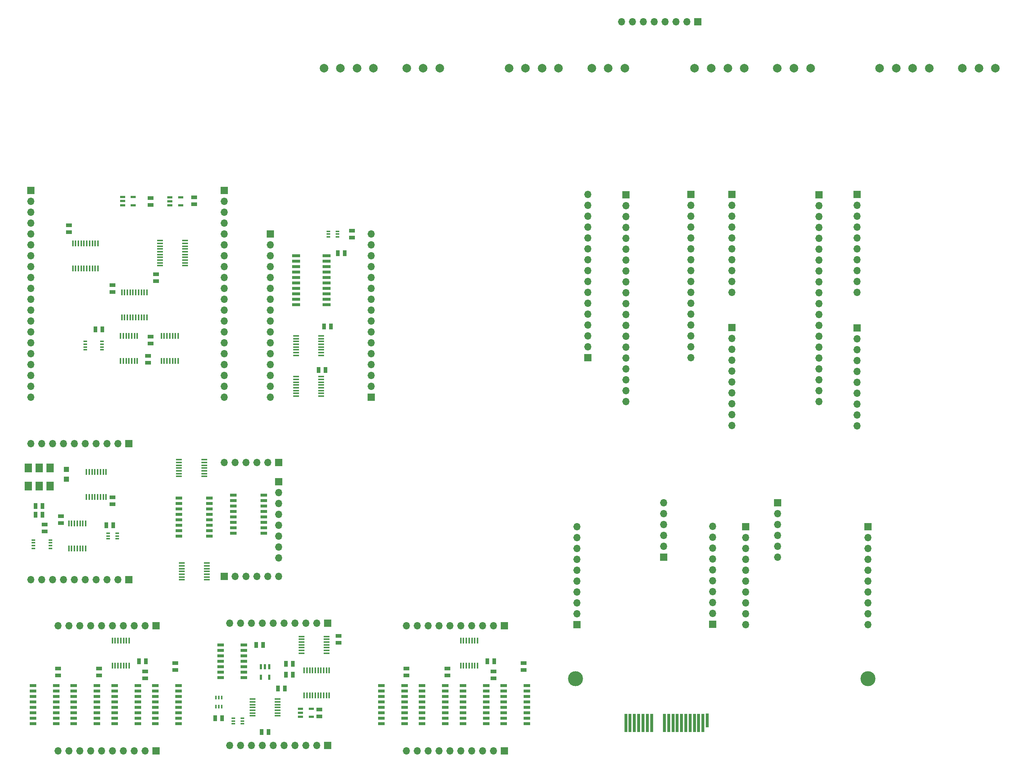
<source format=gbr>
%TF.GenerationSoftware,KiCad,Pcbnew,(6.0.1)*%
%TF.CreationDate,2022-03-03T20:56:02+02:00*%
%TF.ProjectId,SNES Device,534e4553-2044-4657-9669-63652e6b6963,0.5*%
%TF.SameCoordinates,Original*%
%TF.FileFunction,Soldermask,Top*%
%TF.FilePolarity,Negative*%
%FSLAX46Y46*%
G04 Gerber Fmt 4.6, Leading zero omitted, Abs format (unit mm)*
G04 Created by KiCad (PCBNEW (6.0.1)) date 2022-03-03 20:56:02*
%MOMM*%
%LPD*%
G01*
G04 APERTURE LIST*
%ADD10C,2.000000*%
%ADD11C,3.500000*%
%ADD12R,1.700000X1.700000*%
%ADD13O,1.700000X1.700000*%
%ADD14R,0.960000X1.390000*%
%ADD15R,1.475000X0.450000*%
%ADD16R,1.825000X0.700000*%
%ADD17R,1.390000X0.960000*%
%ADD18R,0.450000X1.475000*%
%ADD19R,0.875000X0.450000*%
%ADD20R,1.525000X0.700000*%
%ADD21R,1.500000X0.650000*%
%ADD22R,1.505000X0.700000*%
%ADD23R,0.450000X0.875000*%
%ADD24R,1.250000X0.500000*%
%ADD25R,0.500000X1.250000*%
%ADD26R,1.800000X2.000000*%
%ADD27R,1.150000X1.150000*%
%ADD28R,0.950000X0.450000*%
%ADD29R,0.700000X3.200000*%
%ADD30R,0.700000X4.300000*%
G04 APERTURE END LIST*
D10*
%TO.C,J35*%
X243450000Y-31751000D03*
X239590000Y-31751000D03*
X235730000Y-31751000D03*
X228010000Y-31751000D03*
X224150000Y-31751000D03*
X220290000Y-31751000D03*
X216430000Y-31751000D03*
%TD*%
%TO.C,J34*%
X200302000Y-31750000D03*
X196442000Y-31750000D03*
X192582000Y-31750000D03*
X184862000Y-31750000D03*
X181002000Y-31750000D03*
X177142000Y-31750000D03*
X173282000Y-31750000D03*
%TD*%
%TO.C,J33*%
X156963000Y-31751000D03*
X153103000Y-31751000D03*
X149243000Y-31751000D03*
X141523000Y-31751000D03*
X137663000Y-31751000D03*
X133803000Y-31751000D03*
X129943000Y-31751000D03*
%TD*%
%TO.C,J31*%
X113783000Y-31751000D03*
X109923000Y-31751000D03*
X106063000Y-31751000D03*
X98343000Y-31751000D03*
X94483000Y-31751000D03*
X90623000Y-31751000D03*
X86763000Y-31751000D03*
%TD*%
D11*
%TO.C,H2*%
X145461435Y-174283565D03*
%TD*%
%TO.C,H1*%
X213701435Y-174283565D03*
%TD*%
D12*
%TO.C,J32*%
X173975000Y-20960000D03*
D13*
X171435000Y-20960000D03*
X168895000Y-20960000D03*
X166355000Y-20960000D03*
X163815000Y-20960000D03*
X161275000Y-20960000D03*
X158735000Y-20960000D03*
X156195000Y-20960000D03*
%TD*%
D14*
%TO.C,C37*%
X33480000Y-92710000D03*
X35100000Y-92710000D03*
%TD*%
D15*
%TO.C,IC19*%
X52942000Y-123145000D03*
X52942000Y-123795000D03*
X52942000Y-124445000D03*
X52942000Y-125095000D03*
X52942000Y-125745000D03*
X52942000Y-126395000D03*
X52942000Y-127045000D03*
X58818000Y-127045000D03*
X58818000Y-126395000D03*
X58818000Y-125745000D03*
X58818000Y-125095000D03*
X58818000Y-124445000D03*
X58818000Y-123795000D03*
X58818000Y-123145000D03*
%TD*%
D12*
%TO.C,J27*%
X97790000Y-108585000D03*
D13*
X97790000Y-106045000D03*
X97790000Y-103505000D03*
X97790000Y-100965000D03*
X97790000Y-98425000D03*
X97790000Y-95885000D03*
X97790000Y-93345000D03*
X97790000Y-90805000D03*
X97790000Y-88265000D03*
X97790000Y-85725000D03*
X97790000Y-83185000D03*
X97790000Y-80645000D03*
X97790000Y-78105000D03*
X97790000Y-75565000D03*
X97790000Y-73025000D03*
X97790000Y-70485000D03*
%TD*%
D16*
%TO.C,IC33*%
X80258000Y-75565000D03*
X80258000Y-76835000D03*
X80258000Y-78105000D03*
X80258000Y-79375000D03*
X80258000Y-80645000D03*
X80258000Y-81915000D03*
X80258000Y-83185000D03*
X80258000Y-84455000D03*
X80258000Y-85725000D03*
X80258000Y-86995000D03*
X87382000Y-86995000D03*
X87382000Y-85725000D03*
X87382000Y-84455000D03*
X87382000Y-83185000D03*
X87382000Y-81915000D03*
X87382000Y-80645000D03*
X87382000Y-79375000D03*
X87382000Y-78105000D03*
X87382000Y-76835000D03*
X87382000Y-75565000D03*
%TD*%
D14*
%TO.C,C29*%
X87170000Y-102235000D03*
X85550000Y-102235000D03*
%TD*%
D17*
%TO.C,C18*%
X34290000Y-173530000D03*
X34290000Y-171910000D03*
%TD*%
D12*
%TO.C,J25*%
X74295000Y-70485000D03*
D13*
X74295000Y-73025000D03*
X74295000Y-75565000D03*
X74295000Y-78105000D03*
X74295000Y-80645000D03*
X74295000Y-83185000D03*
X74295000Y-85725000D03*
X74295000Y-88265000D03*
X74295000Y-90805000D03*
X74295000Y-93345000D03*
X74295000Y-95885000D03*
X74295000Y-98425000D03*
X74295000Y-100965000D03*
X74295000Y-103505000D03*
X74295000Y-106045000D03*
X74295000Y-108585000D03*
%TD*%
%TO.C,J11*%
X213726435Y-161613565D03*
X213726435Y-159073565D03*
X213726435Y-156533565D03*
X213726435Y-153993565D03*
X213726435Y-151453565D03*
X213726435Y-148913565D03*
X213726435Y-146373565D03*
X213726435Y-143833565D03*
X213726435Y-141293565D03*
D12*
X213726435Y-138753565D03*
%TD*%
%TO.C,J16*%
X145781435Y-161613565D03*
D13*
X145781435Y-159073565D03*
X145781435Y-156533565D03*
X145781435Y-153993565D03*
X145781435Y-151453565D03*
X145781435Y-148913565D03*
X145781435Y-146373565D03*
X145781435Y-143833565D03*
X145781435Y-141293565D03*
X145781435Y-138753565D03*
%TD*%
D14*
%TO.C,C23*%
X19510000Y-133926000D03*
X21130000Y-133926000D03*
%TD*%
D18*
%TO.C,IC8*%
X82165000Y-178198000D03*
X82815000Y-178198000D03*
X83465000Y-178198000D03*
X84115000Y-178198000D03*
X84765000Y-178198000D03*
X85415000Y-178198000D03*
X86065000Y-178198000D03*
X86715000Y-178198000D03*
X87365000Y-178198000D03*
X88015000Y-178198000D03*
X88015000Y-172322000D03*
X87365000Y-172322000D03*
X86715000Y-172322000D03*
X86065000Y-172322000D03*
X85415000Y-172322000D03*
X84765000Y-172322000D03*
X84115000Y-172322000D03*
X83465000Y-172322000D03*
X82815000Y-172322000D03*
X82165000Y-172322000D03*
%TD*%
D15*
%TO.C,IC28*%
X54373000Y-77855000D03*
X54373000Y-77205000D03*
X54373000Y-76555000D03*
X54373000Y-75905000D03*
X54373000Y-75255000D03*
X54373000Y-74605000D03*
X54373000Y-73955000D03*
X54373000Y-73305000D03*
X54373000Y-72655000D03*
X54373000Y-72005000D03*
X48497000Y-72005000D03*
X48497000Y-72655000D03*
X48497000Y-73305000D03*
X48497000Y-73955000D03*
X48497000Y-74605000D03*
X48497000Y-75255000D03*
X48497000Y-75905000D03*
X48497000Y-76555000D03*
X48497000Y-77205000D03*
X48497000Y-77855000D03*
%TD*%
D17*
%TO.C,C12*%
X133350000Y-172260000D03*
X133350000Y-170640000D03*
%TD*%
D18*
%TO.C,IC16*%
X41320000Y-165337000D03*
X40670000Y-165337000D03*
X40020000Y-165337000D03*
X39370000Y-165337000D03*
X38720000Y-165337000D03*
X38070000Y-165337000D03*
X37420000Y-165337000D03*
X37420000Y-171213000D03*
X38070000Y-171213000D03*
X38720000Y-171213000D03*
X39370000Y-171213000D03*
X40020000Y-171213000D03*
X40670000Y-171213000D03*
X41320000Y-171213000D03*
%TD*%
D17*
%TO.C,C20*%
X24765000Y-173530000D03*
X24765000Y-171910000D03*
%TD*%
D18*
%TO.C,IC23*%
X35930000Y-125967000D03*
X35280000Y-125967000D03*
X34630000Y-125967000D03*
X33980000Y-125967000D03*
X33330000Y-125967000D03*
X32680000Y-125967000D03*
X32030000Y-125967000D03*
X31380000Y-125967000D03*
X31380000Y-131843000D03*
X32030000Y-131843000D03*
X32680000Y-131843000D03*
X33330000Y-131843000D03*
X33980000Y-131843000D03*
X34630000Y-131843000D03*
X35280000Y-131843000D03*
X35930000Y-131843000D03*
%TD*%
D19*
%TO.C,IC24*%
X38527000Y-141620000D03*
X38527000Y-140970000D03*
X38527000Y-140320000D03*
X36403000Y-140320000D03*
X36403000Y-140970000D03*
X36403000Y-141620000D03*
%TD*%
D17*
%TO.C,C33*%
X46355000Y-94440000D03*
X46355000Y-96060000D03*
%TD*%
D15*
%TO.C,IC1*%
X81517000Y-164420000D03*
X81517000Y-165070000D03*
X81517000Y-165720000D03*
X81517000Y-166370000D03*
X81517000Y-167020000D03*
X81517000Y-167670000D03*
X81517000Y-168320000D03*
X87393000Y-168320000D03*
X87393000Y-167670000D03*
X87393000Y-167020000D03*
X87393000Y-166370000D03*
X87393000Y-165720000D03*
X87393000Y-165070000D03*
X87393000Y-164420000D03*
%TD*%
D20*
%TO.C,IC14*%
X28403000Y-175895000D03*
X28403000Y-177165000D03*
X28403000Y-178435000D03*
X28403000Y-179705000D03*
X28403000Y-180975000D03*
X28403000Y-182245000D03*
X28403000Y-183515000D03*
X28403000Y-184785000D03*
X33827000Y-184785000D03*
X33827000Y-183515000D03*
X33827000Y-182245000D03*
X33827000Y-180975000D03*
X33827000Y-179705000D03*
X33827000Y-178435000D03*
X33827000Y-177165000D03*
X33827000Y-175895000D03*
%TD*%
D18*
%TO.C,IC29*%
X43225000Y-94217000D03*
X42575000Y-94217000D03*
X41925000Y-94217000D03*
X41275000Y-94217000D03*
X40625000Y-94217000D03*
X39975000Y-94217000D03*
X39325000Y-94217000D03*
X39325000Y-100093000D03*
X39975000Y-100093000D03*
X40625000Y-100093000D03*
X41275000Y-100093000D03*
X41925000Y-100093000D03*
X42575000Y-100093000D03*
X43225000Y-100093000D03*
%TD*%
D21*
%TO.C,IC2*%
X62705000Y-166370000D03*
X62705000Y-167640000D03*
X62705000Y-168910000D03*
X62705000Y-170180000D03*
X62705000Y-171450000D03*
X62705000Y-172720000D03*
X62705000Y-173990000D03*
X68105000Y-173990000D03*
X68105000Y-172720000D03*
X68105000Y-171450000D03*
X68105000Y-170180000D03*
X68105000Y-168910000D03*
X68105000Y-167640000D03*
X68105000Y-166370000D03*
%TD*%
D17*
%TO.C,C11*%
X126365000Y-174165000D03*
X126365000Y-172545000D03*
%TD*%
D22*
%TO.C,RN1*%
X52967000Y-132080000D03*
X52967000Y-133350000D03*
X52967000Y-134620000D03*
X52967000Y-135890000D03*
X52967000Y-137160000D03*
X52967000Y-138430000D03*
X52967000Y-139700000D03*
X52967000Y-140970000D03*
X60063000Y-140970000D03*
X60063000Y-139700000D03*
X60063000Y-138430000D03*
X60063000Y-137160000D03*
X60063000Y-135890000D03*
X60063000Y-134620000D03*
X60063000Y-133350000D03*
X60063000Y-132080000D03*
%TD*%
D14*
%TO.C,C3*%
X79550000Y-170815000D03*
X77930000Y-170815000D03*
%TD*%
D23*
%TO.C,IC4*%
X62880000Y-178643000D03*
X62230000Y-178643000D03*
X61580000Y-178643000D03*
X61580000Y-180767000D03*
X62230000Y-180767000D03*
X62880000Y-180767000D03*
%TD*%
D12*
%TO.C,J15*%
X76200000Y-128285000D03*
D13*
X76200000Y-130825000D03*
X76200000Y-133365000D03*
X76200000Y-135905000D03*
X76200000Y-138445000D03*
X76200000Y-140985000D03*
X76200000Y-143525000D03*
X76200000Y-146065000D03*
%TD*%
D12*
%TO.C,J22*%
X76200000Y-123825000D03*
D13*
X73660000Y-123825000D03*
X71120000Y-123825000D03*
X68580000Y-123825000D03*
X66040000Y-123825000D03*
X63500000Y-123825000D03*
%TD*%
D24*
%TO.C,IC27*%
X50820000Y-61915000D03*
X50820000Y-62865000D03*
X50820000Y-63815000D03*
X53320000Y-63815000D03*
X53320000Y-61915000D03*
%TD*%
D17*
%TO.C,C22*%
X37465000Y-131905000D03*
X37465000Y-133525000D03*
%TD*%
D20*
%TO.C,IC9*%
X109683000Y-175895000D03*
X109683000Y-177165000D03*
X109683000Y-178435000D03*
X109683000Y-179705000D03*
X109683000Y-180975000D03*
X109683000Y-182245000D03*
X109683000Y-183515000D03*
X109683000Y-184785000D03*
X115107000Y-184785000D03*
X115107000Y-183515000D03*
X115107000Y-182245000D03*
X115107000Y-180975000D03*
X115107000Y-179705000D03*
X115107000Y-178435000D03*
X115107000Y-177165000D03*
X115107000Y-175895000D03*
%TD*%
D15*
%TO.C,IC34*%
X80247000Y-94245000D03*
X80247000Y-94895000D03*
X80247000Y-95545000D03*
X80247000Y-96195000D03*
X80247000Y-96845000D03*
X80247000Y-97495000D03*
X80247000Y-98145000D03*
X80247000Y-98795000D03*
X86123000Y-98795000D03*
X86123000Y-98145000D03*
X86123000Y-97495000D03*
X86123000Y-96845000D03*
X86123000Y-96195000D03*
X86123000Y-95545000D03*
X86123000Y-94895000D03*
X86123000Y-94245000D03*
%TD*%
D20*
%TO.C,IC17*%
X18878000Y-175895000D03*
X18878000Y-177165000D03*
X18878000Y-178435000D03*
X18878000Y-179705000D03*
X18878000Y-180975000D03*
X18878000Y-182245000D03*
X18878000Y-183515000D03*
X18878000Y-184785000D03*
X24302000Y-184785000D03*
X24302000Y-183515000D03*
X24302000Y-182245000D03*
X24302000Y-180975000D03*
X24302000Y-179705000D03*
X24302000Y-178435000D03*
X24302000Y-177165000D03*
X24302000Y-175895000D03*
%TD*%
D12*
%TO.C,J26*%
X63500000Y-60330000D03*
D13*
X63500000Y-62870000D03*
X63500000Y-65410000D03*
X63500000Y-67950000D03*
X63500000Y-70490000D03*
X63500000Y-73030000D03*
X63500000Y-75570000D03*
X63500000Y-78110000D03*
X63500000Y-80650000D03*
X63500000Y-83190000D03*
X63500000Y-85730000D03*
X63500000Y-88270000D03*
X63500000Y-90810000D03*
X63500000Y-93350000D03*
X63500000Y-95890000D03*
X63500000Y-98430000D03*
X63500000Y-100970000D03*
X63500000Y-103510000D03*
X63500000Y-106050000D03*
X63500000Y-108590000D03*
%TD*%
D17*
%TO.C,C32*%
X47625000Y-79835000D03*
X47625000Y-81455000D03*
%TD*%
D12*
%TO.C,J29*%
X18415000Y-60330000D03*
D13*
X18415000Y-62870000D03*
X18415000Y-65410000D03*
X18415000Y-67950000D03*
X18415000Y-70490000D03*
X18415000Y-73030000D03*
X18415000Y-75570000D03*
X18415000Y-78110000D03*
X18415000Y-80650000D03*
X18415000Y-83190000D03*
X18415000Y-85730000D03*
X18415000Y-88270000D03*
X18415000Y-90810000D03*
X18415000Y-93350000D03*
X18415000Y-95890000D03*
X18415000Y-98430000D03*
X18415000Y-100970000D03*
X18415000Y-103510000D03*
X18415000Y-106050000D03*
X18415000Y-108590000D03*
%TD*%
D12*
%TO.C,J8*%
X128900000Y-161925000D03*
D13*
X126360000Y-161925000D03*
X123820000Y-161925000D03*
X121280000Y-161925000D03*
X118740000Y-161925000D03*
X116200000Y-161925000D03*
X113660000Y-161925000D03*
X111120000Y-161925000D03*
X108580000Y-161925000D03*
X106040000Y-161925000D03*
%TD*%
D24*
%TO.C,IC5*%
X81300000Y-181295000D03*
X81300000Y-182245000D03*
X81300000Y-183195000D03*
X83800000Y-183195000D03*
X83800000Y-181295000D03*
%TD*%
D17*
%TO.C,C15*%
X106045000Y-173530000D03*
X106045000Y-171910000D03*
%TD*%
%TO.C,C16*%
X45085000Y-174165000D03*
X45085000Y-172545000D03*
%TD*%
D25*
%TO.C,IC7*%
X73975000Y-171470000D03*
X73025000Y-171470000D03*
X72075000Y-171470000D03*
X72075000Y-173970000D03*
X73975000Y-173970000D03*
%TD*%
D20*
%TO.C,IC15*%
X47453000Y-175895000D03*
X47453000Y-177165000D03*
X47453000Y-178435000D03*
X47453000Y-179705000D03*
X47453000Y-180975000D03*
X47453000Y-182245000D03*
X47453000Y-183515000D03*
X47453000Y-184785000D03*
X52877000Y-184785000D03*
X52877000Y-183515000D03*
X52877000Y-182245000D03*
X52877000Y-180975000D03*
X52877000Y-179705000D03*
X52877000Y-178435000D03*
X52877000Y-177165000D03*
X52877000Y-175895000D03*
%TD*%
D18*
%TO.C,IC30*%
X48850000Y-100093000D03*
X49500000Y-100093000D03*
X50150000Y-100093000D03*
X50800000Y-100093000D03*
X51450000Y-100093000D03*
X52100000Y-100093000D03*
X52750000Y-100093000D03*
X52750000Y-94217000D03*
X52100000Y-94217000D03*
X51450000Y-94217000D03*
X50800000Y-94217000D03*
X50150000Y-94217000D03*
X49500000Y-94217000D03*
X48850000Y-94217000D03*
%TD*%
D12*
%TO.C,J13*%
X87625000Y-189865000D03*
D13*
X85085000Y-189865000D03*
X82545000Y-189865000D03*
X80005000Y-189865000D03*
X77465000Y-189865000D03*
X74925000Y-189865000D03*
X72385000Y-189865000D03*
X69845000Y-189865000D03*
X67305000Y-189865000D03*
X64765000Y-189865000D03*
%TD*%
D17*
%TO.C,C36*%
X56515000Y-61880000D03*
X56515000Y-63500000D03*
%TD*%
D14*
%TO.C,C9*%
X77930000Y-173355000D03*
X79550000Y-173355000D03*
%TD*%
D18*
%TO.C,IC11*%
X122600000Y-165337000D03*
X121950000Y-165337000D03*
X121300000Y-165337000D03*
X120650000Y-165337000D03*
X120000000Y-165337000D03*
X119350000Y-165337000D03*
X118700000Y-165337000D03*
X118700000Y-171213000D03*
X119350000Y-171213000D03*
X120000000Y-171213000D03*
X120650000Y-171213000D03*
X121300000Y-171213000D03*
X121950000Y-171213000D03*
X122600000Y-171213000D03*
%TD*%
D17*
%TO.C,C31*%
X27305000Y-70025000D03*
X27305000Y-68405000D03*
%TD*%
D26*
%TO.C,Y1*%
X17780000Y-129295000D03*
X20320000Y-129295000D03*
X22860000Y-129295000D03*
X22860000Y-125095000D03*
X20320000Y-125095000D03*
X17780000Y-125095000D03*
%TD*%
D24*
%TO.C,IC25*%
X39780000Y-61840000D03*
X39780000Y-62790000D03*
X39780000Y-63740000D03*
X42280000Y-63740000D03*
X42280000Y-61840000D03*
%TD*%
D12*
%TO.C,J1*%
X47620000Y-161925000D03*
D13*
X45080000Y-161925000D03*
X42540000Y-161925000D03*
X40000000Y-161925000D03*
X37460000Y-161925000D03*
X34920000Y-161925000D03*
X32380000Y-161925000D03*
X29840000Y-161925000D03*
X27300000Y-161925000D03*
X24760000Y-161925000D03*
%TD*%
D22*
%TO.C,RN2*%
X65667000Y-131445000D03*
X65667000Y-132715000D03*
X65667000Y-133985000D03*
X65667000Y-135255000D03*
X65667000Y-136525000D03*
X65667000Y-137795000D03*
X65667000Y-139065000D03*
X65667000Y-140335000D03*
X72763000Y-140335000D03*
X72763000Y-139065000D03*
X72763000Y-137795000D03*
X72763000Y-136525000D03*
X72763000Y-135255000D03*
X72763000Y-133985000D03*
X72763000Y-132715000D03*
X72763000Y-131445000D03*
%TD*%
D17*
%TO.C,C13*%
X115570000Y-173530000D03*
X115570000Y-171910000D03*
%TD*%
D12*
%TO.C,J6*%
X47620000Y-191135000D03*
D13*
X45080000Y-191135000D03*
X42540000Y-191135000D03*
X40000000Y-191135000D03*
X37460000Y-191135000D03*
X34920000Y-191135000D03*
X32380000Y-191135000D03*
X29840000Y-191135000D03*
X27300000Y-191135000D03*
X24760000Y-191135000D03*
%TD*%
D12*
%TO.C,J17*%
X177506435Y-161583565D03*
D13*
X177506435Y-159043565D03*
X177506435Y-156503565D03*
X177506435Y-153963565D03*
X177506435Y-151423565D03*
X177506435Y-148883565D03*
X177506435Y-146343565D03*
X177506435Y-143803565D03*
X177506435Y-141263565D03*
X177506435Y-138723565D03*
%TD*%
D14*
%TO.C,C14*%
X124920000Y-170180000D03*
X126540000Y-170180000D03*
%TD*%
D27*
%TO.C,R1*%
X26670000Y-125385000D03*
X26670000Y-127735000D03*
%TD*%
D18*
%TO.C,IC31*%
X39620000Y-89933000D03*
X40270000Y-89933000D03*
X40920000Y-89933000D03*
X41570000Y-89933000D03*
X42220000Y-89933000D03*
X42870000Y-89933000D03*
X43520000Y-89933000D03*
X44170000Y-89933000D03*
X44820000Y-89933000D03*
X45470000Y-89933000D03*
X45470000Y-84057000D03*
X44820000Y-84057000D03*
X44170000Y-84057000D03*
X43520000Y-84057000D03*
X42870000Y-84057000D03*
X42220000Y-84057000D03*
X41570000Y-84057000D03*
X40920000Y-84057000D03*
X40270000Y-84057000D03*
X39620000Y-84057000D03*
%TD*%
D17*
%TO.C,C38*%
X45720000Y-100505000D03*
X45720000Y-98885000D03*
%TD*%
D15*
%TO.C,IC3*%
X70087000Y-179025000D03*
X70087000Y-179675000D03*
X70087000Y-180325000D03*
X70087000Y-180975000D03*
X70087000Y-181625000D03*
X70087000Y-182275000D03*
X70087000Y-182925000D03*
X75963000Y-182925000D03*
X75963000Y-182275000D03*
X75963000Y-181625000D03*
X75963000Y-180975000D03*
X75963000Y-180325000D03*
X75963000Y-179675000D03*
X75963000Y-179025000D03*
%TD*%
%TO.C,IC20*%
X53577000Y-147275000D03*
X53577000Y-147925000D03*
X53577000Y-148575000D03*
X53577000Y-149225000D03*
X53577000Y-149875000D03*
X53577000Y-150525000D03*
X53577000Y-151175000D03*
X59453000Y-151175000D03*
X59453000Y-150525000D03*
X59453000Y-149875000D03*
X59453000Y-149225000D03*
X59453000Y-148575000D03*
X59453000Y-147925000D03*
X59453000Y-147275000D03*
%TD*%
D14*
%TO.C,C10*%
X61420000Y-183515000D03*
X63040000Y-183515000D03*
%TD*%
D17*
%TO.C,C21*%
X21590000Y-139875000D03*
X21590000Y-138255000D03*
%TD*%
%TO.C,C17*%
X52070000Y-172260000D03*
X52070000Y-170640000D03*
%TD*%
D12*
%TO.C,J10*%
X185151435Y-138753565D03*
D13*
X185151435Y-141293565D03*
X185151435Y-143833565D03*
X185151435Y-146373565D03*
X185151435Y-148913565D03*
X185151435Y-151453565D03*
X185151435Y-153993565D03*
X185151435Y-156533565D03*
X185151435Y-159073565D03*
X185151435Y-161613565D03*
%TD*%
D17*
%TO.C,C4*%
X90170000Y-165910000D03*
X90170000Y-164290000D03*
%TD*%
D15*
%TO.C,IC35*%
X80247000Y-103770000D03*
X80247000Y-104420000D03*
X80247000Y-105070000D03*
X80247000Y-105720000D03*
X80247000Y-106370000D03*
X80247000Y-107020000D03*
X80247000Y-107670000D03*
X80247000Y-108320000D03*
X86123000Y-108320000D03*
X86123000Y-107670000D03*
X86123000Y-107020000D03*
X86123000Y-106370000D03*
X86123000Y-105720000D03*
X86123000Y-105070000D03*
X86123000Y-104420000D03*
X86123000Y-103770000D03*
%TD*%
D20*
%TO.C,IC13*%
X119208000Y-175895000D03*
X119208000Y-177165000D03*
X119208000Y-178435000D03*
X119208000Y-179705000D03*
X119208000Y-180975000D03*
X119208000Y-182245000D03*
X119208000Y-183515000D03*
X119208000Y-184785000D03*
X124632000Y-184785000D03*
X124632000Y-183515000D03*
X124632000Y-182245000D03*
X124632000Y-180975000D03*
X124632000Y-179705000D03*
X124632000Y-178435000D03*
X124632000Y-177165000D03*
X124632000Y-175895000D03*
%TD*%
D12*
%TO.C,J7*%
X87625000Y-161290000D03*
D13*
X85085000Y-161290000D03*
X82545000Y-161290000D03*
X80005000Y-161290000D03*
X77465000Y-161290000D03*
X74925000Y-161290000D03*
X72385000Y-161290000D03*
X69845000Y-161290000D03*
X67305000Y-161290000D03*
X64765000Y-161290000D03*
%TD*%
D20*
%TO.C,IC12*%
X100158000Y-175895000D03*
X100158000Y-177165000D03*
X100158000Y-178435000D03*
X100158000Y-179705000D03*
X100158000Y-180975000D03*
X100158000Y-182245000D03*
X100158000Y-183515000D03*
X100158000Y-184785000D03*
X105582000Y-184785000D03*
X105582000Y-183515000D03*
X105582000Y-182245000D03*
X105582000Y-180975000D03*
X105582000Y-179705000D03*
X105582000Y-178435000D03*
X105582000Y-177165000D03*
X105582000Y-175895000D03*
%TD*%
D12*
%TO.C,J24*%
X157211435Y-61283565D03*
D13*
X157211435Y-63823565D03*
X157211435Y-66363565D03*
X157211435Y-68903565D03*
X157211435Y-71443565D03*
X157211435Y-73983565D03*
X157211435Y-76523565D03*
X157211435Y-79063565D03*
X157211435Y-81603565D03*
X157211435Y-84143565D03*
X157211435Y-86683565D03*
X157211435Y-89223565D03*
X157211435Y-91763565D03*
X157211435Y-94303565D03*
X157211435Y-96843565D03*
X157211435Y-99383565D03*
X157211435Y-101923565D03*
X157211435Y-104463565D03*
X157211435Y-107003565D03*
X157211435Y-109543565D03*
%TD*%
D14*
%TO.C,C8*%
X70945000Y-166370000D03*
X72565000Y-166370000D03*
%TD*%
D12*
%TO.C,J4*%
X41275000Y-151130000D03*
D13*
X38735000Y-151130000D03*
X36195000Y-151130000D03*
X33655000Y-151130000D03*
X31115000Y-151130000D03*
X28575000Y-151130000D03*
X26035000Y-151130000D03*
X23495000Y-151130000D03*
X20955000Y-151130000D03*
X18415000Y-151130000D03*
%TD*%
D19*
%TO.C,IC36*%
X87838000Y-69835000D03*
X87838000Y-70485000D03*
X87838000Y-71135000D03*
X89962000Y-71135000D03*
X89962000Y-70485000D03*
X89962000Y-69835000D03*
%TD*%
D14*
%TO.C,C19*%
X43640000Y-170180000D03*
X45260000Y-170180000D03*
%TD*%
D19*
%TO.C,IC6*%
X65613000Y-183500000D03*
X65613000Y-184150000D03*
X65613000Y-184800000D03*
X67737000Y-184800000D03*
X67737000Y-184150000D03*
X67737000Y-183500000D03*
%TD*%
D18*
%TO.C,IC22*%
X27260000Y-143908000D03*
X27910000Y-143908000D03*
X28560000Y-143908000D03*
X29210000Y-143908000D03*
X29860000Y-143908000D03*
X30510000Y-143908000D03*
X31160000Y-143908000D03*
X31160000Y-138032000D03*
X30510000Y-138032000D03*
X29860000Y-138032000D03*
X29210000Y-138032000D03*
X28560000Y-138032000D03*
X27910000Y-138032000D03*
X27260000Y-138032000D03*
%TD*%
D17*
%TO.C,C7*%
X85725000Y-181435000D03*
X85725000Y-183055000D03*
%TD*%
D14*
%TO.C,C24*%
X19510000Y-135958000D03*
X21130000Y-135958000D03*
%TD*%
D12*
%TO.C,J30*%
X202271435Y-61283565D03*
D13*
X202271435Y-63823565D03*
X202271435Y-66363565D03*
X202271435Y-68903565D03*
X202271435Y-71443565D03*
X202271435Y-73983565D03*
X202271435Y-76523565D03*
X202271435Y-79063565D03*
X202271435Y-81603565D03*
X202271435Y-84143565D03*
X202271435Y-86683565D03*
X202271435Y-89223565D03*
X202271435Y-91763565D03*
X202271435Y-94303565D03*
X202271435Y-96843565D03*
X202271435Y-99383565D03*
X202271435Y-101923565D03*
X202271435Y-104463565D03*
X202271435Y-107003565D03*
X202271435Y-109543565D03*
%TD*%
D14*
%TO.C,C5*%
X76025000Y-176530000D03*
X77645000Y-176530000D03*
%TD*%
D17*
%TO.C,C30*%
X93345000Y-69675000D03*
X93345000Y-71295000D03*
%TD*%
D28*
%TO.C,IC21*%
X18980000Y-141900000D03*
X18980000Y-142550000D03*
X18980000Y-143200000D03*
X18980000Y-143850000D03*
X22930000Y-143850000D03*
X22930000Y-143200000D03*
X22930000Y-142550000D03*
X22930000Y-141900000D03*
%TD*%
D12*
%TO.C,J14*%
X128900000Y-191135000D03*
D13*
X126360000Y-191135000D03*
X123820000Y-191135000D03*
X121280000Y-191135000D03*
X118740000Y-191135000D03*
X116200000Y-191135000D03*
X113660000Y-191135000D03*
X111120000Y-191135000D03*
X108580000Y-191135000D03*
X106040000Y-191135000D03*
%TD*%
D28*
%TO.C,IC26*%
X31045000Y-95545000D03*
X31045000Y-96195000D03*
X31045000Y-96845000D03*
X31045000Y-97495000D03*
X34995000Y-97495000D03*
X34995000Y-96845000D03*
X34995000Y-96195000D03*
X34995000Y-95545000D03*
%TD*%
D20*
%TO.C,IC18*%
X37928000Y-175895000D03*
X37928000Y-177165000D03*
X37928000Y-178435000D03*
X37928000Y-179705000D03*
X37928000Y-180975000D03*
X37928000Y-182245000D03*
X37928000Y-183515000D03*
X37928000Y-184785000D03*
X43352000Y-184785000D03*
X43352000Y-183515000D03*
X43352000Y-182245000D03*
X43352000Y-180975000D03*
X43352000Y-179705000D03*
X43352000Y-178435000D03*
X43352000Y-177165000D03*
X43352000Y-175895000D03*
%TD*%
D17*
%TO.C,C34*%
X46355000Y-62055000D03*
X46355000Y-63675000D03*
%TD*%
D20*
%TO.C,IC10*%
X128733000Y-175895000D03*
X128733000Y-177165000D03*
X128733000Y-178435000D03*
X128733000Y-179705000D03*
X128733000Y-180975000D03*
X128733000Y-182245000D03*
X128733000Y-183515000D03*
X128733000Y-184785000D03*
X134157000Y-184785000D03*
X134157000Y-183515000D03*
X134157000Y-182245000D03*
X134157000Y-180975000D03*
X134157000Y-179705000D03*
X134157000Y-178435000D03*
X134157000Y-177165000D03*
X134157000Y-175895000D03*
%TD*%
D14*
%TO.C,C25*%
X37640000Y-138430000D03*
X36020000Y-138430000D03*
%TD*%
%TO.C,C27*%
X86820000Y-92075000D03*
X88440000Y-92075000D03*
%TD*%
D17*
%TO.C,C26*%
X25400000Y-137970000D03*
X25400000Y-136350000D03*
%TD*%
D14*
%TO.C,C6*%
X73835000Y-186690000D03*
X72215000Y-186690000D03*
%TD*%
D12*
%TO.C,J18*%
X41270000Y-119380000D03*
D13*
X38730000Y-119380000D03*
X36190000Y-119380000D03*
X33650000Y-119380000D03*
X31110000Y-119380000D03*
X28570000Y-119380000D03*
X26030000Y-119380000D03*
X23490000Y-119380000D03*
X20950000Y-119380000D03*
X18410000Y-119380000D03*
%TD*%
D14*
%TO.C,C28*%
X89995000Y-74930000D03*
X91615000Y-74930000D03*
%TD*%
D12*
%TO.C,J19*%
X63500000Y-150368000D03*
D13*
X66040000Y-150368000D03*
X68580000Y-150368000D03*
X71120000Y-150368000D03*
X73660000Y-150368000D03*
X76200000Y-150368000D03*
%TD*%
D17*
%TO.C,C35*%
X37465000Y-83995000D03*
X37465000Y-82375000D03*
%TD*%
D18*
%TO.C,IC32*%
X28190000Y-78503000D03*
X28840000Y-78503000D03*
X29490000Y-78503000D03*
X30140000Y-78503000D03*
X30790000Y-78503000D03*
X31440000Y-78503000D03*
X32090000Y-78503000D03*
X32740000Y-78503000D03*
X33390000Y-78503000D03*
X34040000Y-78503000D03*
X34040000Y-72627000D03*
X33390000Y-72627000D03*
X32740000Y-72627000D03*
X32090000Y-72627000D03*
X31440000Y-72627000D03*
X30790000Y-72627000D03*
X30140000Y-72627000D03*
X29490000Y-72627000D03*
X28840000Y-72627000D03*
X28190000Y-72627000D03*
%TD*%
D12*
%TO.C,J23*%
X172426435Y-61253565D03*
D13*
X172426435Y-63793565D03*
X172426435Y-66333565D03*
X172426435Y-68873565D03*
X172426435Y-71413565D03*
X172426435Y-73953565D03*
X172426435Y-76493565D03*
X172426435Y-79033565D03*
X172426435Y-81573565D03*
X172426435Y-84113565D03*
X172426435Y-86653565D03*
X172426435Y-89193565D03*
X172426435Y-91733565D03*
X172426435Y-94273565D03*
X172426435Y-96813565D03*
X172426435Y-99353565D03*
%TD*%
D12*
%TO.C,J3*%
X211161435Y-61253565D03*
D13*
X211161435Y-63793565D03*
X211161435Y-66333565D03*
X211161435Y-68873565D03*
X211161435Y-71413565D03*
X211161435Y-73953565D03*
X211161435Y-76493565D03*
X211161435Y-79033565D03*
X211161435Y-81573565D03*
X211161435Y-84113565D03*
%TD*%
D12*
%TO.C,J21*%
X192659000Y-133223000D03*
D13*
X192659000Y-135763000D03*
X192659000Y-138303000D03*
X192659000Y-140843000D03*
X192659000Y-143383000D03*
X192659000Y-145923000D03*
%TD*%
D29*
%TO.C,J2*%
X176211435Y-184008565D03*
D30*
X175211435Y-184558565D03*
X174211435Y-184558565D03*
X173211435Y-184558565D03*
X172211435Y-184558565D03*
X171211435Y-184558565D03*
X170211435Y-184558565D03*
X169211435Y-184558565D03*
X168211435Y-184558565D03*
X167211435Y-184558565D03*
X166211435Y-184558565D03*
X163211435Y-184558565D03*
X162211435Y-184558565D03*
X161211435Y-184558565D03*
X160211435Y-184558565D03*
X159211435Y-184558565D03*
X158211435Y-184558565D03*
X157211435Y-184558565D03*
%TD*%
D12*
%TO.C,J9*%
X211161435Y-92368565D03*
D13*
X211161435Y-94908565D03*
X211161435Y-97448565D03*
X211161435Y-99988565D03*
X211161435Y-102528565D03*
X211161435Y-105068565D03*
X211161435Y-107608565D03*
X211161435Y-110148565D03*
X211161435Y-112688565D03*
X211161435Y-115228565D03*
%TD*%
D12*
%TO.C,J28*%
X148346435Y-99353565D03*
D13*
X148346435Y-96813565D03*
X148346435Y-94273565D03*
X148346435Y-91733565D03*
X148346435Y-89193565D03*
X148346435Y-86653565D03*
X148346435Y-84113565D03*
X148346435Y-81573565D03*
X148346435Y-79033565D03*
X148346435Y-76493565D03*
X148346435Y-73953565D03*
X148346435Y-71413565D03*
X148346435Y-68873565D03*
X148346435Y-66333565D03*
X148346435Y-63793565D03*
X148346435Y-61253565D03*
%TD*%
D12*
%TO.C,J12*%
X181991000Y-92329000D03*
D13*
X181991000Y-94869000D03*
X181991000Y-97409000D03*
X181991000Y-99949000D03*
X181991000Y-102489000D03*
X181991000Y-105029000D03*
X181991000Y-107569000D03*
X181991000Y-110109000D03*
X181991000Y-112649000D03*
X181991000Y-115189000D03*
%TD*%
D12*
%TO.C,J20*%
X166076435Y-145898000D03*
D13*
X166076435Y-143358000D03*
X166076435Y-140818000D03*
X166076435Y-138278000D03*
X166076435Y-135738000D03*
X166076435Y-133198000D03*
%TD*%
D12*
%TO.C,J5*%
X181991000Y-61214000D03*
D13*
X181991000Y-63754000D03*
X181991000Y-66294000D03*
X181991000Y-68834000D03*
X181991000Y-71374000D03*
X181991000Y-73914000D03*
X181991000Y-76454000D03*
X181991000Y-78994000D03*
X181991000Y-81534000D03*
X181991000Y-84074000D03*
%TD*%
M02*

</source>
